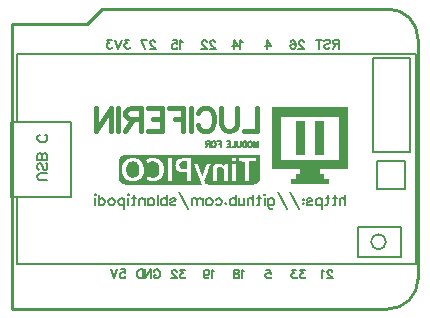
<source format=gbo>
G04 Layer: BottomSilkLayer*
G04 EasyEDA v6.4.25, 2021-10-09T00:25:21+02:00*
G04 2177c25503544fa0b13e01c7088fd064,4245c91a3b6e4cf7aa995480f5c7e4a3,10*
G04 Gerber Generator version 0.2*
G04 Scale: 100 percent, Rotated: No, Reflected: No *
G04 Dimensions in millimeters *
G04 leading zeros omitted , absolute positions ,4 integer and 5 decimal *
%FSLAX45Y45*%
%MOMM*%

%ADD10C,0.2540*%
%ADD18C,0.1270*%
%ADD19C,0.1400*%
%ADD20C,0.1500*%
%ADD21C,0.4064*%
%ADD22C,0.2032*%
%ADD23C,0.1524*%

%LPD*%
G36*
X2830220Y18527115D02*
G01*
X1675638Y18526150D01*
X1667154Y18521984D01*
X1662175Y18519292D01*
X1657553Y18516346D01*
X1653336Y18513145D01*
X1649475Y18509589D01*
X1645920Y18505779D01*
X1642719Y18501614D01*
X1641163Y18499226D01*
X2625801Y18499226D01*
X2625801Y18497346D01*
X2737510Y18497346D01*
X2769666Y18496991D01*
X2788818Y18496483D01*
X2791714Y18496127D01*
X2792222Y18494654D01*
X2792882Y18487237D01*
X2792984Y18469508D01*
X2737256Y18469508D01*
X2736291Y18306948D01*
X2702001Y18305881D01*
X2701036Y18468594D01*
X2646222Y18469610D01*
X2646222Y18497346D01*
X2625801Y18497346D01*
X2625801Y18469356D01*
X2593289Y18470422D01*
X2592222Y18499226D01*
X1641163Y18499226D01*
X1639773Y18497092D01*
X1631035Y18479770D01*
X1631035Y18399963D01*
X1659889Y18399963D01*
X1659940Y18408751D01*
X1660296Y18417133D01*
X1660956Y18424652D01*
X1661922Y18430849D01*
X1663344Y18436894D01*
X1665224Y18442736D01*
X1667408Y18448375D01*
X1669999Y18453760D01*
X1672894Y18458891D01*
X1676095Y18463768D01*
X1679651Y18468390D01*
X1683512Y18472759D01*
X1687677Y18476874D01*
X1692148Y18480633D01*
X1696872Y18484088D01*
X1701850Y18487237D01*
X1707134Y18490082D01*
X1712620Y18492571D01*
X1718360Y18494705D01*
X1724304Y18496432D01*
X1729993Y18497600D01*
X1736801Y18498413D01*
X1744370Y18498870D01*
X1752295Y18499023D01*
X1760220Y18498820D01*
X1767738Y18498362D01*
X1774494Y18497499D01*
X1780082Y18496381D01*
X1785874Y18494603D01*
X1791411Y18492571D01*
X1796694Y18490184D01*
X1801723Y18487491D01*
X1807820Y18483529D01*
X1866442Y18483529D01*
X1867611Y18485612D01*
X1870862Y18487745D01*
X1876806Y18490539D01*
X1881886Y18492622D01*
X1893011Y18496280D01*
X1897634Y18497397D01*
X1903272Y18498210D01*
X1909622Y18498769D01*
X1916379Y18499023D01*
X1923338Y18499023D01*
X1930247Y18498718D01*
X1936750Y18498159D01*
X1942592Y18497346D01*
X2083358Y18497346D01*
X2083358Y18439790D01*
X2112162Y18439790D01*
X2112314Y18450052D01*
X2112924Y18457062D01*
X2114143Y18462193D01*
X2116175Y18466714D01*
X2119477Y18472099D01*
X2123186Y18476874D01*
X2127402Y18481040D01*
X2132177Y18484748D01*
X2137511Y18487898D01*
X2143455Y18490590D01*
X2150059Y18492876D01*
X2157374Y18494705D01*
X2165197Y18495822D01*
X2176221Y18496686D01*
X2190546Y18497143D01*
X2208276Y18497346D01*
X2246833Y18497346D01*
X2246833Y18305881D01*
X2212492Y18306948D01*
X2211476Y18380405D01*
X2197100Y18379236D01*
X2190750Y18378932D01*
X2183892Y18378982D01*
X2169566Y18380049D01*
X2162505Y18381014D01*
X2155748Y18382234D01*
X2149602Y18383707D01*
X2144166Y18385383D01*
X2139696Y18387212D01*
X2135581Y18389295D01*
X2131822Y18391733D01*
X2128367Y18394527D01*
X2125268Y18397677D01*
X2122373Y18401233D01*
X2119782Y18405246D01*
X2117394Y18409615D01*
X2114600Y18415914D01*
X2113026Y18421705D01*
X2112314Y18428970D01*
X2112162Y18439790D01*
X2083358Y18439790D01*
X2083358Y18305881D01*
X2049018Y18306948D01*
X2048052Y18497346D01*
X1942592Y18497346D01*
X1947570Y18496280D01*
X1953310Y18494502D01*
X1958898Y18492368D01*
X1964334Y18489828D01*
X1969566Y18486932D01*
X1974545Y18483681D01*
X1979320Y18480125D01*
X1983841Y18476264D01*
X1988108Y18472099D01*
X1992071Y18467679D01*
X1995779Y18463006D01*
X1999132Y18458078D01*
X2002180Y18452896D01*
X2004923Y18447562D01*
X2007260Y18442025D01*
X2009190Y18436285D01*
X2010765Y18430443D01*
X2011730Y18424753D01*
X2012340Y18417540D01*
X2012645Y18409208D01*
X2012696Y18400369D01*
X2012442Y18391581D01*
X2011883Y18383300D01*
X2011070Y18376087D01*
X2010003Y18370499D01*
X2008225Y18364301D01*
X2006092Y18358358D01*
X2003704Y18352719D01*
X2001012Y18347385D01*
X1998014Y18342305D01*
X1994712Y18337530D01*
X1991156Y18333059D01*
X1987346Y18328894D01*
X1983282Y18325033D01*
X1978964Y18321477D01*
X1974342Y18318226D01*
X1969516Y18315330D01*
X1964436Y18312739D01*
X1959152Y18310504D01*
X1953615Y18308574D01*
X1947875Y18306999D01*
X1941880Y18305780D01*
X1935734Y18304916D01*
X1929333Y18304357D01*
X1922780Y18304205D01*
X1916379Y18304408D01*
X1909876Y18304916D01*
X1897024Y18306846D01*
X1885340Y18309640D01*
X1880260Y18311215D01*
X1875942Y18312892D01*
X1872437Y18314670D01*
X1869948Y18316397D01*
X1868576Y18318124D01*
X1868474Y18319800D01*
X1869541Y18324576D01*
X1871827Y18340120D01*
X1872691Y18343168D01*
X1887829Y18338292D01*
X1894230Y18336463D01*
X1900986Y18334990D01*
X1907946Y18333974D01*
X1914956Y18333364D01*
X1921814Y18333212D01*
X1928418Y18333516D01*
X1934565Y18334329D01*
X1940102Y18335548D01*
X1944166Y18337123D01*
X1948484Y18339562D01*
X1952802Y18342610D01*
X1957019Y18346267D01*
X1960981Y18350280D01*
X1964486Y18354548D01*
X1967484Y18358916D01*
X1969719Y18363234D01*
X1971802Y18368721D01*
X1973478Y18374715D01*
X1974748Y18381065D01*
X1975662Y18387720D01*
X1976221Y18394476D01*
X1976374Y18401385D01*
X1976170Y18408243D01*
X1975561Y18415000D01*
X1974596Y18421502D01*
X1973224Y18427750D01*
X1971497Y18433542D01*
X1969363Y18438876D01*
X1966722Y18444108D01*
X1963877Y18448782D01*
X1960778Y18452998D01*
X1957425Y18456757D01*
X1953768Y18460008D01*
X1949805Y18462802D01*
X1945538Y18465139D01*
X1940915Y18467019D01*
X1935988Y18468492D01*
X1930704Y18469508D01*
X1925015Y18470118D01*
X1913991Y18470270D01*
X1909775Y18470067D01*
X1905863Y18469559D01*
X1901901Y18468644D01*
X1897532Y18467273D01*
X1885797Y18462548D01*
X1877669Y18458992D01*
X1875231Y18460618D01*
X1871980Y18465952D01*
X1868830Y18473267D01*
X1866646Y18480786D01*
X1866442Y18483529D01*
X1807820Y18483529D01*
X1811020Y18481192D01*
X1815287Y18477636D01*
X1819249Y18473724D01*
X1822957Y18469559D01*
X1826412Y18465088D01*
X1829562Y18460364D01*
X1832457Y18455335D01*
X1835048Y18450001D01*
X1837334Y18444413D01*
X1839366Y18438571D01*
X1841093Y18432424D01*
X1842516Y18425515D01*
X1843328Y18417844D01*
X1843582Y18408396D01*
X1843328Y18396204D01*
X1842719Y18383250D01*
X1841754Y18374055D01*
X1840077Y18366638D01*
X1837486Y18359069D01*
X1834845Y18352922D01*
X1831797Y18347080D01*
X1828393Y18341492D01*
X1824583Y18336260D01*
X1820468Y18331383D01*
X1815998Y18326862D01*
X1811223Y18322747D01*
X1806193Y18319038D01*
X1800860Y18315736D01*
X1795678Y18312892D01*
X1790395Y18310606D01*
X1784908Y18308726D01*
X1779117Y18307253D01*
X1772818Y18306084D01*
X1765807Y18305272D01*
X1758086Y18304713D01*
X1750771Y18304459D01*
X1743710Y18304662D01*
X1736902Y18305221D01*
X1730349Y18306186D01*
X1723999Y18307507D01*
X1717903Y18309234D01*
X1712061Y18311317D01*
X1706473Y18313755D01*
X1701190Y18316600D01*
X1696161Y18319750D01*
X1691436Y18323255D01*
X1687017Y18327116D01*
X1682851Y18331332D01*
X1678990Y18335904D01*
X1675485Y18340781D01*
X1672234Y18346013D01*
X1669338Y18351550D01*
X1666798Y18357392D01*
X1664563Y18363539D01*
X1662684Y18370042D01*
X1661566Y18375833D01*
X1660753Y18383046D01*
X1660194Y18391225D01*
X1659889Y18399963D01*
X1631035Y18399963D01*
X1631137Y18354446D01*
X1631594Y18329605D01*
X1632051Y18322544D01*
X1632762Y18317819D01*
X1633728Y18314416D01*
X1634998Y18311368D01*
X1637080Y18307405D01*
X1639620Y18303392D01*
X1642618Y18299328D01*
X1645869Y18295366D01*
X1649374Y18291606D01*
X1652981Y18288152D01*
X1656689Y18285053D01*
X1662582Y18281040D01*
X1666087Y18278906D01*
X1669491Y18277535D01*
X1674164Y18276316D01*
X1680819Y18275350D01*
X1690116Y18274538D01*
X1702866Y18273928D01*
X1741373Y18273115D01*
X1801977Y18272709D01*
X2128926Y18272709D01*
X2267813Y18273166D01*
X2329434Y18273928D01*
X2335885Y18274284D01*
X2335885Y18275096D01*
X2334920Y18276620D01*
X2334260Y18277179D01*
X2332990Y18279160D01*
X2327960Y18290336D01*
X2317242Y18317921D01*
X2293162Y18381726D01*
X2273503Y18434710D01*
X2269134Y18447258D01*
X2270455Y18447969D01*
X2274112Y18448578D01*
X2279599Y18448934D01*
X2304084Y18449086D01*
X2331923Y18367756D01*
X2335936Y18356681D01*
X2338425Y18350534D01*
X2338933Y18349671D01*
X2339543Y18350687D01*
X2342642Y18358205D01*
X2354326Y18389396D01*
X2375814Y18449086D01*
X2402890Y18448934D01*
X2408428Y18448578D01*
X2411171Y18447867D01*
X2411577Y18446750D01*
X2400046Y18419216D01*
X2384653Y18381675D01*
X2361793Y18324169D01*
X2356764Y18310707D01*
X2356104Y18308320D01*
X2356411Y18306948D01*
X2427935Y18306948D01*
X2427986Y18375680D01*
X2428240Y18398032D01*
X2428951Y18411342D01*
X2429560Y18415812D01*
X2430373Y18419419D01*
X2431389Y18422721D01*
X2433421Y18427649D01*
X2435860Y18432170D01*
X2438704Y18436285D01*
X2442006Y18439993D01*
X2445613Y18443194D01*
X2449576Y18445886D01*
X2453894Y18448121D01*
X2458466Y18449798D01*
X2465832Y18451576D01*
X2473045Y18452439D01*
X2480208Y18452490D01*
X2487269Y18451677D01*
X2494229Y18450052D01*
X2501087Y18447562D01*
X2507843Y18444210D01*
X2514447Y18439993D01*
X2525420Y18432272D01*
X2529636Y18449086D01*
X2625801Y18449086D01*
X2625801Y18306034D01*
X2592374Y18306034D01*
X2592374Y18449086D01*
X2557119Y18449086D01*
X2556154Y18306948D01*
X2522677Y18306948D01*
X2521508Y18367654D01*
X2520899Y18386501D01*
X2520137Y18399810D01*
X2519172Y18407481D01*
X2518664Y18409107D01*
X2515006Y18414085D01*
X2510282Y18418403D01*
X2504744Y18421908D01*
X2498699Y18424550D01*
X2492400Y18426226D01*
X2486050Y18426836D01*
X2479954Y18426328D01*
X2474366Y18424550D01*
X2471978Y18423382D01*
X2469946Y18422010D01*
X2468270Y18420334D01*
X2466898Y18418098D01*
X2465781Y18415152D01*
X2464866Y18411291D01*
X2464155Y18406364D01*
X2463596Y18400166D01*
X2462834Y18383199D01*
X2461412Y18306948D01*
X2356411Y18306948D01*
X2357780Y18300852D01*
X2362200Y18291454D01*
X2367940Y18282716D01*
X2373528Y18277230D01*
X2376881Y18275757D01*
X2382316Y18274944D01*
X2392527Y18274284D01*
X2436368Y18273522D01*
X2651963Y18272810D01*
X2724353Y18272963D01*
X2751023Y18273369D01*
X2769514Y18274131D01*
X2781655Y18275350D01*
X2786024Y18276163D01*
X2789478Y18277128D01*
X2792374Y18278195D01*
X2794914Y18279465D01*
X2799892Y18282513D01*
X2803550Y18285053D01*
X2807258Y18288101D01*
X2810865Y18291556D01*
X2814370Y18295315D01*
X2817622Y18299277D01*
X2820619Y18303341D01*
X2823159Y18307405D01*
X2825902Y18312892D01*
X2827020Y18316194D01*
X2827883Y18320715D01*
X2828493Y18327776D01*
X2828950Y18338546D01*
X2829458Y18376290D01*
G37*
G36*
X2211527Y18471743D02*
G01*
X2178354Y18470473D01*
X2170480Y18469610D01*
X2164791Y18468238D01*
X2159863Y18466054D01*
X2154936Y18462701D01*
X2150922Y18458332D01*
X2147874Y18453150D01*
X2145842Y18447359D01*
X2144826Y18441111D01*
X2144928Y18434608D01*
X2146198Y18428004D01*
X2148687Y18421553D01*
X2151024Y18417438D01*
X2153920Y18413984D01*
X2157425Y18411190D01*
X2161794Y18409005D01*
X2167077Y18407380D01*
X2173579Y18406160D01*
X2181352Y18405348D01*
X2211527Y18404078D01*
G37*
G36*
X1753717Y18471134D02*
G01*
X1748383Y18470930D01*
X1742998Y18470321D01*
X1737715Y18469305D01*
X1732584Y18467933D01*
X1727707Y18466104D01*
X1723136Y18463971D01*
X1719021Y18461482D01*
X1715363Y18458688D01*
X1712315Y18455589D01*
X1709267Y18451576D01*
X1706473Y18447054D01*
X1703984Y18442127D01*
X1701850Y18436844D01*
X1699971Y18431205D01*
X1698447Y18425261D01*
X1697278Y18419114D01*
X1696415Y18412815D01*
X1695957Y18406414D01*
X1695856Y18399912D01*
X1696161Y18393410D01*
X1696872Y18386907D01*
X1697939Y18380456D01*
X1699310Y18374360D01*
X1700987Y18368721D01*
X1702917Y18363539D01*
X1705152Y18358713D01*
X1707692Y18354344D01*
X1710486Y18350382D01*
X1713636Y18346826D01*
X1717039Y18343727D01*
X1720799Y18341035D01*
X1724812Y18338698D01*
X1729130Y18336818D01*
X1733753Y18335345D01*
X1738680Y18334278D01*
X1743913Y18333618D01*
X1749450Y18333415D01*
X1755902Y18333516D01*
X1761642Y18333923D01*
X1766824Y18334736D01*
X1771497Y18335955D01*
X1775764Y18337580D01*
X1779778Y18339663D01*
X1783537Y18342254D01*
X1787194Y18345353D01*
X1790954Y18349214D01*
X1794306Y18353532D01*
X1797354Y18358307D01*
X1799996Y18363488D01*
X1802231Y18369026D01*
X1804111Y18374918D01*
X1805533Y18381116D01*
X1806600Y18387618D01*
X1807210Y18394324D01*
X1807413Y18401233D01*
X1807159Y18408396D01*
X1806498Y18415660D01*
X1804924Y18425972D01*
X1802841Y18433999D01*
X1799742Y18441314D01*
X1795018Y18449493D01*
X1790192Y18455894D01*
X1784350Y18461177D01*
X1777339Y18465393D01*
X1768856Y18468797D01*
X1764030Y18470067D01*
X1759000Y18470829D01*
G37*
G36*
X2925572Y18931128D02*
G01*
X2925572Y18849746D01*
X3495446Y18849746D01*
X3495446Y18483376D01*
X3006953Y18483376D01*
X3006953Y18849746D01*
X2925572Y18849746D01*
X2925572Y18401944D01*
X3169767Y18401944D01*
X3169767Y18361253D01*
X3129076Y18361253D01*
X3129076Y18320562D01*
X3088386Y18320562D01*
X3088386Y18279872D01*
X3414014Y18279872D01*
X3414014Y18320562D01*
X3373323Y18320562D01*
X3373323Y18361253D01*
X3332632Y18361253D01*
X3332632Y18401944D01*
X3576828Y18401944D01*
X3576828Y18931128D01*
G37*
G36*
X3129076Y18809004D02*
G01*
X3129076Y18524067D01*
X3210509Y18524067D01*
X3210509Y18809004D01*
G37*
G36*
X3291890Y18809004D02*
G01*
X3291890Y18524067D01*
X3373323Y18524067D01*
X3373323Y18809004D01*
G37*
D19*
X2814848Y18640902D02*
G01*
X2814848Y18593150D01*
X2814848Y18640902D02*
G01*
X2796560Y18593150D01*
X2778526Y18640902D02*
G01*
X2796560Y18593150D01*
X2778526Y18640902D02*
G01*
X2778526Y18593150D01*
X2749824Y18640902D02*
G01*
X2754396Y18638616D01*
X2758968Y18634044D01*
X2761254Y18629472D01*
X2763540Y18622614D01*
X2763540Y18611184D01*
X2761254Y18604326D01*
X2758968Y18600008D01*
X2754396Y18595436D01*
X2749824Y18593150D01*
X2740680Y18593150D01*
X2736108Y18595436D01*
X2731790Y18600008D01*
X2729504Y18604326D01*
X2727218Y18611184D01*
X2727218Y18622614D01*
X2729504Y18629472D01*
X2731790Y18634044D01*
X2736108Y18638616D01*
X2740680Y18640902D01*
X2749824Y18640902D01*
X2712232Y18640902D02*
G01*
X2712232Y18593150D01*
X2712232Y18640902D02*
G01*
X2696230Y18640902D01*
X2689372Y18638616D01*
X2684800Y18634044D01*
X2682514Y18629472D01*
X2680228Y18622614D01*
X2680228Y18611184D01*
X2682514Y18604326D01*
X2684800Y18600008D01*
X2689372Y18595436D01*
X2696230Y18593150D01*
X2712232Y18593150D01*
X2665242Y18640902D02*
G01*
X2665242Y18606612D01*
X2662956Y18600008D01*
X2658384Y18595436D01*
X2651780Y18593150D01*
X2647208Y18593150D01*
X2640350Y18595436D01*
X2635778Y18600008D01*
X2633492Y18606612D01*
X2633492Y18640902D01*
X2618506Y18640902D02*
G01*
X2618506Y18593150D01*
X2618506Y18593150D02*
G01*
X2591328Y18593150D01*
X2576088Y18640902D02*
G01*
X2576088Y18593150D01*
X2576088Y18640902D02*
G01*
X2546624Y18640902D01*
X2576088Y18618042D02*
G01*
X2558054Y18618042D01*
X2576088Y18593150D02*
G01*
X2546624Y18593150D01*
X2496586Y18640902D02*
G01*
X2496586Y18593150D01*
X2496586Y18640902D02*
G01*
X2467122Y18640902D01*
X2496586Y18618042D02*
G01*
X2478552Y18618042D01*
X2438420Y18640902D02*
G01*
X2442992Y18638616D01*
X2447564Y18634044D01*
X2449850Y18629472D01*
X2452136Y18622614D01*
X2452136Y18611184D01*
X2449850Y18604326D01*
X2447564Y18600008D01*
X2442992Y18595436D01*
X2438420Y18593150D01*
X2429276Y18593150D01*
X2424958Y18595436D01*
X2420386Y18600008D01*
X2418100Y18604326D01*
X2415814Y18611184D01*
X2415814Y18622614D01*
X2418100Y18629472D01*
X2420386Y18634044D01*
X2424958Y18638616D01*
X2429276Y18640902D01*
X2438420Y18640902D01*
X2400828Y18640902D02*
G01*
X2400828Y18593150D01*
X2400828Y18640902D02*
G01*
X2380254Y18640902D01*
X2373396Y18638616D01*
X2371110Y18636330D01*
X2368824Y18631758D01*
X2368824Y18627186D01*
X2371110Y18622614D01*
X2373396Y18620328D01*
X2380254Y18618042D01*
X2400828Y18618042D01*
X2384826Y18618042D02*
G01*
X2368824Y18593150D01*
D22*
X3551453Y18189803D02*
G01*
X3551453Y18100141D01*
X3551453Y18142813D02*
G01*
X3538753Y18155767D01*
X3530117Y18160085D01*
X3517163Y18160085D01*
X3508781Y18155767D01*
X3504463Y18142813D01*
X3504463Y18100141D01*
X3463569Y18189803D02*
G01*
X3463569Y18117159D01*
X3459251Y18104459D01*
X3450615Y18100141D01*
X3441979Y18100141D01*
X3476269Y18160085D02*
G01*
X3446297Y18160085D01*
X3401085Y18189803D02*
G01*
X3401085Y18117159D01*
X3396767Y18104459D01*
X3388385Y18100141D01*
X3379749Y18100141D01*
X3413785Y18160085D02*
G01*
X3384067Y18160085D01*
X3351555Y18160085D02*
G01*
X3351555Y18070169D01*
X3351555Y18147131D02*
G01*
X3342919Y18155767D01*
X3334537Y18160085D01*
X3321583Y18160085D01*
X3313201Y18155767D01*
X3304565Y18147131D01*
X3300247Y18134431D01*
X3300247Y18125795D01*
X3304565Y18113095D01*
X3313201Y18104459D01*
X3321583Y18100141D01*
X3334537Y18100141D01*
X3342919Y18104459D01*
X3351555Y18113095D01*
X3225063Y18147131D02*
G01*
X3229381Y18155767D01*
X3242081Y18160085D01*
X3255035Y18160085D01*
X3267735Y18155767D01*
X3272053Y18147131D01*
X3267735Y18138749D01*
X3259353Y18134431D01*
X3238017Y18130113D01*
X3229381Y18125795D01*
X3225063Y18117159D01*
X3225063Y18113095D01*
X3229381Y18104459D01*
X3242081Y18100141D01*
X3255035Y18100141D01*
X3267735Y18104459D01*
X3272053Y18113095D01*
X3192551Y18151449D02*
G01*
X3196869Y18147131D01*
X3192551Y18142813D01*
X3188233Y18147131D01*
X3192551Y18151449D01*
X3192551Y18121477D02*
G01*
X3196869Y18117159D01*
X3192551Y18113095D01*
X3188233Y18117159D01*
X3192551Y18121477D01*
X3083331Y18207075D02*
G01*
X3160039Y18070169D01*
X2978175Y18207075D02*
G01*
X3055137Y18070169D01*
X2898673Y18160085D02*
G01*
X2898673Y18091759D01*
X2902991Y18078805D01*
X2907309Y18074487D01*
X2915691Y18070169D01*
X2928645Y18070169D01*
X2937281Y18074487D01*
X2898673Y18147131D02*
G01*
X2907309Y18155767D01*
X2915691Y18160085D01*
X2928645Y18160085D01*
X2937281Y18155767D01*
X2945663Y18147131D01*
X2949981Y18134431D01*
X2949981Y18125795D01*
X2945663Y18113095D01*
X2937281Y18104459D01*
X2928645Y18100141D01*
X2915691Y18100141D01*
X2907309Y18104459D01*
X2898673Y18113095D01*
X2870479Y18189803D02*
G01*
X2866161Y18185739D01*
X2862097Y18189803D01*
X2866161Y18194121D01*
X2870479Y18189803D01*
X2866161Y18160085D02*
G01*
X2866161Y18100141D01*
X2820949Y18189803D02*
G01*
X2820949Y18117159D01*
X2816631Y18104459D01*
X2808249Y18100141D01*
X2799613Y18100141D01*
X2833903Y18160085D02*
G01*
X2803931Y18160085D01*
X2771419Y18189803D02*
G01*
X2771419Y18100141D01*
X2771419Y18142813D02*
G01*
X2758719Y18155767D01*
X2750083Y18160085D01*
X2737129Y18160085D01*
X2728747Y18155767D01*
X2724429Y18142813D01*
X2724429Y18100141D01*
X2696235Y18160085D02*
G01*
X2696235Y18117159D01*
X2691917Y18104459D01*
X2683535Y18100141D01*
X2670581Y18100141D01*
X2661945Y18104459D01*
X2649245Y18117159D01*
X2649245Y18160085D02*
G01*
X2649245Y18100141D01*
X2621051Y18189803D02*
G01*
X2621051Y18100141D01*
X2621051Y18147131D02*
G01*
X2612415Y18155767D01*
X2604033Y18160085D01*
X2591079Y18160085D01*
X2582697Y18155767D01*
X2574061Y18147131D01*
X2569743Y18134431D01*
X2569743Y18125795D01*
X2574061Y18113095D01*
X2582697Y18104459D01*
X2591079Y18100141D01*
X2604033Y18100141D01*
X2612415Y18104459D01*
X2621051Y18113095D01*
X2537231Y18121477D02*
G01*
X2541549Y18117159D01*
X2537231Y18113095D01*
X2533167Y18117159D01*
X2537231Y18121477D01*
X2453665Y18147131D02*
G01*
X2462047Y18155767D01*
X2470683Y18160085D01*
X2483383Y18160085D01*
X2492019Y18155767D01*
X2500655Y18147131D01*
X2504973Y18134431D01*
X2504973Y18125795D01*
X2500655Y18113095D01*
X2492019Y18104459D01*
X2483383Y18100141D01*
X2470683Y18100141D01*
X2462047Y18104459D01*
X2453665Y18113095D01*
X2404135Y18160085D02*
G01*
X2412517Y18155767D01*
X2421153Y18147131D01*
X2425471Y18134431D01*
X2425471Y18125795D01*
X2421153Y18113095D01*
X2412517Y18104459D01*
X2404135Y18100141D01*
X2391181Y18100141D01*
X2382799Y18104459D01*
X2374163Y18113095D01*
X2369845Y18125795D01*
X2369845Y18134431D01*
X2374163Y18147131D01*
X2382799Y18155767D01*
X2391181Y18160085D01*
X2404135Y18160085D01*
X2341651Y18160085D02*
G01*
X2341651Y18100141D01*
X2341651Y18142813D02*
G01*
X2328951Y18155767D01*
X2320315Y18160085D01*
X2307615Y18160085D01*
X2298979Y18155767D01*
X2294661Y18142813D01*
X2294661Y18100141D01*
X2294661Y18142813D02*
G01*
X2281961Y18155767D01*
X2273325Y18160085D01*
X2260625Y18160085D01*
X2251989Y18155767D01*
X2247671Y18142813D01*
X2247671Y18100141D01*
X2142515Y18207075D02*
G01*
X2219477Y18070169D01*
X2067331Y18147131D02*
G01*
X2071649Y18155767D01*
X2084603Y18160085D01*
X2097303Y18160085D01*
X2110257Y18155767D01*
X2114321Y18147131D01*
X2110257Y18138749D01*
X2101621Y18134431D01*
X2080285Y18130113D01*
X2071649Y18125795D01*
X2067331Y18117159D01*
X2067331Y18113095D01*
X2071649Y18104459D01*
X2084603Y18100141D01*
X2097303Y18100141D01*
X2110257Y18104459D01*
X2114321Y18113095D01*
X2039137Y18189803D02*
G01*
X2039137Y18100141D01*
X2039137Y18147131D02*
G01*
X2030755Y18155767D01*
X2022119Y18160085D01*
X2009419Y18160085D01*
X2000783Y18155767D01*
X1992147Y18147131D01*
X1988083Y18134431D01*
X1988083Y18125795D01*
X1992147Y18113095D01*
X2000783Y18104459D01*
X2009419Y18100141D01*
X2022119Y18100141D01*
X2030755Y18104459D01*
X2039137Y18113095D01*
X1959889Y18189803D02*
G01*
X1959889Y18100141D01*
X1880387Y18160085D02*
G01*
X1880387Y18100141D01*
X1880387Y18147131D02*
G01*
X1888769Y18155767D01*
X1897405Y18160085D01*
X1910105Y18160085D01*
X1918741Y18155767D01*
X1927377Y18147131D01*
X1931695Y18134431D01*
X1931695Y18125795D01*
X1927377Y18113095D01*
X1918741Y18104459D01*
X1910105Y18100141D01*
X1897405Y18100141D01*
X1888769Y18104459D01*
X1880387Y18113095D01*
X1852193Y18160085D02*
G01*
X1852193Y18100141D01*
X1852193Y18142813D02*
G01*
X1839239Y18155767D01*
X1830857Y18160085D01*
X1817903Y18160085D01*
X1809521Y18155767D01*
X1805203Y18142813D01*
X1805203Y18100141D01*
X1764055Y18189803D02*
G01*
X1764055Y18117159D01*
X1759737Y18104459D01*
X1751355Y18100141D01*
X1742719Y18100141D01*
X1777009Y18160085D02*
G01*
X1747037Y18160085D01*
X1714525Y18189803D02*
G01*
X1710207Y18185739D01*
X1706143Y18189803D01*
X1710207Y18194121D01*
X1714525Y18189803D01*
X1710207Y18160085D02*
G01*
X1710207Y18100141D01*
X1677949Y18160085D02*
G01*
X1677949Y18070169D01*
X1677949Y18147131D02*
G01*
X1669313Y18155767D01*
X1660677Y18160085D01*
X1647977Y18160085D01*
X1639341Y18155767D01*
X1630959Y18147131D01*
X1626641Y18134431D01*
X1626641Y18125795D01*
X1630959Y18113095D01*
X1639341Y18104459D01*
X1647977Y18100141D01*
X1660677Y18100141D01*
X1669313Y18104459D01*
X1677949Y18113095D01*
X1577111Y18160085D02*
G01*
X1585493Y18155767D01*
X1594129Y18147131D01*
X1598447Y18134431D01*
X1598447Y18125795D01*
X1594129Y18113095D01*
X1585493Y18104459D01*
X1577111Y18100141D01*
X1564157Y18100141D01*
X1555775Y18104459D01*
X1547139Y18113095D01*
X1542821Y18125795D01*
X1542821Y18134431D01*
X1547139Y18147131D01*
X1555775Y18155767D01*
X1564157Y18160085D01*
X1577111Y18160085D01*
X1463319Y18189803D02*
G01*
X1463319Y18100141D01*
X1463319Y18147131D02*
G01*
X1471955Y18155767D01*
X1480591Y18160085D01*
X1493291Y18160085D01*
X1501927Y18155767D01*
X1510309Y18147131D01*
X1514627Y18134431D01*
X1514627Y18125795D01*
X1510309Y18113095D01*
X1501927Y18104459D01*
X1493291Y18100141D01*
X1480591Y18100141D01*
X1471955Y18104459D01*
X1463319Y18113095D01*
X1435125Y18189803D02*
G01*
X1430807Y18185739D01*
X1426743Y18189803D01*
X1430807Y18194121D01*
X1435125Y18189803D01*
X1430807Y18160085D02*
G01*
X1430807Y18100141D01*
D21*
X2802148Y18922334D02*
G01*
X2802148Y18728532D01*
X2802148Y18728532D02*
G01*
X2691404Y18728532D01*
X2630444Y18922334D02*
G01*
X2630444Y18783904D01*
X2621046Y18756218D01*
X2602758Y18737676D01*
X2574818Y18728532D01*
X2556530Y18728532D01*
X2528844Y18737676D01*
X2510302Y18756218D01*
X2501158Y18783904D01*
X2501158Y18922334D01*
X2301514Y18876106D02*
G01*
X2310658Y18894648D01*
X2329200Y18913190D01*
X2347742Y18922334D01*
X2384572Y18922334D01*
X2403114Y18913190D01*
X2421656Y18894648D01*
X2430800Y18876106D01*
X2440198Y18848420D01*
X2440198Y18802446D01*
X2430800Y18774506D01*
X2421656Y18756218D01*
X2403114Y18737676D01*
X2384572Y18728532D01*
X2347742Y18728532D01*
X2329200Y18737676D01*
X2310658Y18756218D01*
X2301514Y18774506D01*
X2240554Y18922334D02*
G01*
X2240554Y18728532D01*
X2179594Y18922334D02*
G01*
X2179594Y18728532D01*
X2179594Y18922334D02*
G01*
X2059452Y18922334D01*
X2179594Y18830132D02*
G01*
X2105680Y18830132D01*
X1998492Y18922334D02*
G01*
X1998492Y18728532D01*
X1998492Y18922334D02*
G01*
X1878604Y18922334D01*
X1998492Y18830132D02*
G01*
X1924578Y18830132D01*
X1998492Y18728532D02*
G01*
X1878604Y18728532D01*
X1817644Y18922334D02*
G01*
X1817644Y18728532D01*
X1817644Y18922334D02*
G01*
X1734332Y18922334D01*
X1706646Y18913190D01*
X1697502Y18904046D01*
X1688358Y18885504D01*
X1688358Y18866962D01*
X1697502Y18848420D01*
X1706646Y18839276D01*
X1734332Y18830132D01*
X1817644Y18830132D01*
X1752874Y18830132D02*
G01*
X1688358Y18728532D01*
X1627398Y18922334D02*
G01*
X1627398Y18728532D01*
X1566438Y18922334D02*
G01*
X1566438Y18728532D01*
X1566438Y18922334D02*
G01*
X1436898Y18728532D01*
X1436898Y18922334D02*
G01*
X1436898Y18728532D01*
D20*
X1027450Y18310956D02*
G01*
X965220Y18310956D01*
X952774Y18315020D01*
X944392Y18323402D01*
X940328Y18335848D01*
X940328Y18344230D01*
X944392Y18356676D01*
X952774Y18365058D01*
X965220Y18369122D01*
X1027450Y18369122D01*
X1015004Y18454720D02*
G01*
X1023386Y18446338D01*
X1027450Y18433892D01*
X1027450Y18417382D01*
X1023386Y18404936D01*
X1015004Y18396554D01*
X1006622Y18396554D01*
X998494Y18400618D01*
X994176Y18404936D01*
X990112Y18413318D01*
X981730Y18438210D01*
X977666Y18446338D01*
X973602Y18450656D01*
X965220Y18454720D01*
X952774Y18454720D01*
X944392Y18446338D01*
X940328Y18433892D01*
X940328Y18417382D01*
X944392Y18404936D01*
X952774Y18396554D01*
X1027450Y18482152D02*
G01*
X940328Y18482152D01*
X1027450Y18482152D02*
G01*
X1027450Y18519490D01*
X1023386Y18532190D01*
X1019322Y18536254D01*
X1010940Y18540318D01*
X1002558Y18540318D01*
X994176Y18536254D01*
X990112Y18532190D01*
X986048Y18519490D01*
X986048Y18482152D02*
G01*
X986048Y18519490D01*
X981730Y18532190D01*
X977666Y18536254D01*
X969284Y18540318D01*
X956838Y18540318D01*
X948456Y18536254D01*
X944392Y18532190D01*
X940328Y18519490D01*
X940328Y18482152D01*
X1006622Y18694242D02*
G01*
X1015004Y18689924D01*
X1023386Y18681796D01*
X1027450Y18673414D01*
X1027450Y18656650D01*
X1023386Y18648522D01*
X1015004Y18640140D01*
X1006622Y18636076D01*
X994176Y18631758D01*
X973602Y18631758D01*
X960902Y18636076D01*
X952774Y18640140D01*
X944392Y18648522D01*
X940328Y18656650D01*
X940328Y18673414D01*
X944392Y18681796D01*
X952774Y18689924D01*
X960902Y18694242D01*
D23*
X1939543Y19477989D02*
G01*
X1939543Y19481292D01*
X1936241Y19488150D01*
X1932686Y19491705D01*
X1925828Y19495262D01*
X1911857Y19495262D01*
X1905000Y19491705D01*
X1901444Y19488150D01*
X1898142Y19481292D01*
X1898142Y19474434D01*
X1901444Y19467576D01*
X1908555Y19457162D01*
X1943100Y19422363D01*
X1894586Y19422363D01*
X1823212Y19495262D02*
G01*
X1858010Y19422363D01*
X1871726Y19495262D02*
G01*
X1823212Y19495262D01*
X2171700Y19481292D02*
G01*
X2164841Y19484848D01*
X2154427Y19495262D01*
X2154427Y19422363D01*
X2089911Y19495262D02*
G01*
X2124709Y19495262D01*
X2128011Y19464020D01*
X2124709Y19467576D01*
X2114295Y19470878D01*
X2103881Y19470878D01*
X2093468Y19467576D01*
X2086609Y19460463D01*
X2083054Y19450050D01*
X2083054Y19443192D01*
X2086609Y19432778D01*
X2093468Y19425920D01*
X2103881Y19422363D01*
X2114295Y19422363D01*
X2124709Y19425920D01*
X2128011Y19429476D01*
X2131568Y19436334D01*
X2447543Y19477989D02*
G01*
X2447543Y19481292D01*
X2444241Y19488150D01*
X2440686Y19491705D01*
X2433827Y19495262D01*
X2419858Y19495262D01*
X2413000Y19491705D01*
X2409443Y19488150D01*
X2406141Y19481292D01*
X2406141Y19474434D01*
X2409443Y19467576D01*
X2416556Y19457162D01*
X2451100Y19422363D01*
X2402586Y19422363D01*
X2376170Y19477989D02*
G01*
X2376170Y19481292D01*
X2372868Y19488150D01*
X2369311Y19491705D01*
X2362454Y19495262D01*
X2348484Y19495262D01*
X2341625Y19491705D01*
X2338070Y19488150D01*
X2334768Y19481292D01*
X2334768Y19474434D01*
X2338070Y19467576D01*
X2345181Y19457162D01*
X2379725Y19422363D01*
X2331211Y19422363D01*
X2679700Y19481292D02*
G01*
X2672841Y19484848D01*
X2662427Y19495262D01*
X2662427Y19422363D01*
X2604770Y19495262D02*
G01*
X2639568Y19446748D01*
X2587497Y19446748D01*
X2604770Y19495262D02*
G01*
X2604770Y19422363D01*
X2886456Y19495262D02*
G01*
X2921000Y19446748D01*
X2868929Y19446748D01*
X2886456Y19495262D02*
G01*
X2886456Y19422363D01*
X3196843Y19477989D02*
G01*
X3196843Y19481292D01*
X3193541Y19488150D01*
X3189986Y19491705D01*
X3183127Y19495262D01*
X3169158Y19495262D01*
X3162300Y19491705D01*
X3158743Y19488150D01*
X3155441Y19481292D01*
X3155441Y19474434D01*
X3158743Y19467576D01*
X3165856Y19457162D01*
X3200400Y19422363D01*
X3151886Y19422363D01*
X3087370Y19484848D02*
G01*
X3090925Y19491705D01*
X3101340Y19495262D01*
X3108197Y19495262D01*
X3118611Y19491705D01*
X3125470Y19481292D01*
X3129025Y19464020D01*
X3129025Y19446748D01*
X3125470Y19432778D01*
X3118611Y19425920D01*
X3108197Y19422363D01*
X3104895Y19422363D01*
X3094481Y19425920D01*
X3087370Y19432778D01*
X3084068Y19443192D01*
X3084068Y19446748D01*
X3087370Y19457162D01*
X3094481Y19464020D01*
X3104895Y19467576D01*
X3108197Y19467576D01*
X3118611Y19464020D01*
X3125470Y19457162D01*
X3129025Y19446748D01*
X3492500Y19498055D02*
G01*
X3492500Y19425158D01*
X3492500Y19498055D02*
G01*
X3461258Y19498055D01*
X3450843Y19494500D01*
X3447541Y19490944D01*
X3443986Y19484086D01*
X3443986Y19477228D01*
X3447541Y19470370D01*
X3450843Y19466813D01*
X3461258Y19463258D01*
X3492500Y19463258D01*
X3468370Y19463258D02*
G01*
X3443986Y19425158D01*
X3372611Y19487642D02*
G01*
X3379470Y19494500D01*
X3389884Y19498055D01*
X3403854Y19498055D01*
X3414268Y19494500D01*
X3421125Y19487642D01*
X3421125Y19480529D01*
X3417570Y19473671D01*
X3414268Y19470370D01*
X3407409Y19466813D01*
X3386581Y19459955D01*
X3379470Y19456400D01*
X3376168Y19452844D01*
X3372611Y19445986D01*
X3372611Y19435571D01*
X3379470Y19428713D01*
X3389884Y19425158D01*
X3403854Y19425158D01*
X3414268Y19428713D01*
X3421125Y19435571D01*
X3325622Y19498055D02*
G01*
X3325622Y19425158D01*
X3349752Y19498055D02*
G01*
X3301238Y19498055D01*
X1720342Y19498055D02*
G01*
X1682242Y19498055D01*
X1703070Y19470370D01*
X1692655Y19470370D01*
X1685544Y19466813D01*
X1682242Y19463258D01*
X1678686Y19452844D01*
X1678686Y19445986D01*
X1682242Y19435571D01*
X1689100Y19428713D01*
X1699513Y19425158D01*
X1709928Y19425158D01*
X1720342Y19428713D01*
X1723644Y19432270D01*
X1727200Y19439128D01*
X1655826Y19498055D02*
G01*
X1628139Y19425158D01*
X1600454Y19498055D02*
G01*
X1628139Y19425158D01*
X1570736Y19498055D02*
G01*
X1532636Y19498055D01*
X1553210Y19470370D01*
X1543050Y19470370D01*
X1535937Y19466813D01*
X1532636Y19463258D01*
X1529079Y19452844D01*
X1529079Y19445986D01*
X1532636Y19435571D01*
X1539494Y19428713D01*
X1549907Y19425158D01*
X1560321Y19425158D01*
X1570736Y19428713D01*
X1574037Y19432270D01*
X1577594Y19439128D01*
X1647444Y17554955D02*
G01*
X1682242Y17554955D01*
X1685544Y17523713D01*
X1682242Y17527270D01*
X1671828Y17530571D01*
X1661413Y17530571D01*
X1651000Y17527270D01*
X1644142Y17520158D01*
X1640586Y17509744D01*
X1640586Y17502886D01*
X1644142Y17492471D01*
X1651000Y17485613D01*
X1661413Y17482058D01*
X1671828Y17482058D01*
X1682242Y17485613D01*
X1685544Y17489170D01*
X1689100Y17496028D01*
X1617726Y17554955D02*
G01*
X1590039Y17482058D01*
X1562354Y17554955D02*
G01*
X1590039Y17482058D01*
X1929129Y17537429D02*
G01*
X1932686Y17544542D01*
X1939543Y17551400D01*
X1946656Y17554955D01*
X1960372Y17554955D01*
X1967229Y17551400D01*
X1974341Y17544542D01*
X1977643Y17537429D01*
X1981200Y17527270D01*
X1981200Y17509744D01*
X1977643Y17499329D01*
X1974341Y17492471D01*
X1967229Y17485613D01*
X1960372Y17482058D01*
X1946656Y17482058D01*
X1939543Y17485613D01*
X1932686Y17492471D01*
X1929129Y17499329D01*
X1929129Y17509744D01*
X1946656Y17509744D02*
G01*
X1929129Y17509744D01*
X1906270Y17554955D02*
G01*
X1906270Y17482058D01*
X1906270Y17554955D02*
G01*
X1858010Y17482058D01*
X1858010Y17554955D02*
G01*
X1858010Y17482058D01*
X1835150Y17554955D02*
G01*
X1835150Y17482058D01*
X1835150Y17554955D02*
G01*
X1810765Y17554955D01*
X1800352Y17551400D01*
X1793494Y17544542D01*
X1789937Y17537429D01*
X1786636Y17527270D01*
X1786636Y17509744D01*
X1789937Y17499329D01*
X1793494Y17492471D01*
X1800352Y17485613D01*
X1810765Y17482058D01*
X1835150Y17482058D01*
X2190241Y17552162D02*
G01*
X2152141Y17552162D01*
X2172970Y17524476D01*
X2162556Y17524476D01*
X2155443Y17520920D01*
X2152141Y17517363D01*
X2148586Y17506950D01*
X2148586Y17500092D01*
X2152141Y17489678D01*
X2159000Y17482820D01*
X2169413Y17479263D01*
X2179827Y17479263D01*
X2190241Y17482820D01*
X2193543Y17486376D01*
X2197100Y17493234D01*
X2122170Y17534889D02*
G01*
X2122170Y17538192D01*
X2118868Y17545050D01*
X2115311Y17548605D01*
X2108454Y17552162D01*
X2094484Y17552162D01*
X2087625Y17548605D01*
X2084070Y17545050D01*
X2080768Y17538192D01*
X2080768Y17531334D01*
X2084070Y17524476D01*
X2091181Y17514062D01*
X2125725Y17479263D01*
X2077211Y17479263D01*
X2438400Y17538192D02*
G01*
X2431541Y17541748D01*
X2421127Y17552162D01*
X2421127Y17479263D01*
X2353309Y17527778D02*
G01*
X2356611Y17517363D01*
X2363470Y17510505D01*
X2373884Y17506950D01*
X2377440Y17506950D01*
X2387854Y17510505D01*
X2394711Y17517363D01*
X2398268Y17527778D01*
X2398268Y17531334D01*
X2394711Y17541748D01*
X2387854Y17548605D01*
X2377440Y17552162D01*
X2373884Y17552162D01*
X2363470Y17548605D01*
X2356611Y17541748D01*
X2353309Y17527778D01*
X2353309Y17510505D01*
X2356611Y17493234D01*
X2363470Y17482820D01*
X2373884Y17479263D01*
X2380995Y17479263D01*
X2391409Y17482820D01*
X2394711Y17489678D01*
X2692400Y17538192D02*
G01*
X2685541Y17541748D01*
X2675127Y17552162D01*
X2675127Y17479263D01*
X2634995Y17552162D02*
G01*
X2645409Y17548605D01*
X2648711Y17541748D01*
X2648711Y17534889D01*
X2645409Y17527778D01*
X2638297Y17524476D01*
X2624581Y17520920D01*
X2614168Y17517363D01*
X2607309Y17510505D01*
X2603754Y17503648D01*
X2603754Y17493234D01*
X2607309Y17486376D01*
X2610611Y17482820D01*
X2621025Y17479263D01*
X2634995Y17479263D01*
X2645409Y17482820D01*
X2648711Y17486376D01*
X2652268Y17493234D01*
X2652268Y17503648D01*
X2648711Y17510505D01*
X2641854Y17517363D01*
X2631440Y17520920D01*
X2617470Y17524476D01*
X2610611Y17527778D01*
X2607309Y17534889D01*
X2607309Y17541748D01*
X2610611Y17548605D01*
X2621025Y17552162D01*
X2634995Y17552162D01*
X2879343Y17552162D02*
G01*
X2914141Y17552162D01*
X2917443Y17520920D01*
X2914141Y17524476D01*
X2903727Y17527778D01*
X2893313Y17527778D01*
X2882900Y17524476D01*
X2876041Y17517363D01*
X2872486Y17506950D01*
X2872486Y17500092D01*
X2876041Y17489678D01*
X2882900Y17482820D01*
X2893313Y17479263D01*
X2903727Y17479263D01*
X2914141Y17482820D01*
X2917443Y17486376D01*
X2921000Y17493234D01*
X3206241Y17552162D02*
G01*
X3168141Y17552162D01*
X3188970Y17524476D01*
X3178556Y17524476D01*
X3171443Y17520920D01*
X3168141Y17517363D01*
X3164586Y17506950D01*
X3164586Y17500092D01*
X3168141Y17489678D01*
X3175000Y17482820D01*
X3185413Y17479263D01*
X3195827Y17479263D01*
X3206241Y17482820D01*
X3209543Y17486376D01*
X3213100Y17493234D01*
X3134868Y17552162D02*
G01*
X3096768Y17552162D01*
X3117595Y17524476D01*
X3107181Y17524476D01*
X3100070Y17520920D01*
X3096768Y17517363D01*
X3093211Y17506950D01*
X3093211Y17500092D01*
X3096768Y17489678D01*
X3103625Y17482820D01*
X3114040Y17479263D01*
X3124454Y17479263D01*
X3134868Y17482820D01*
X3138170Y17486376D01*
X3141725Y17493234D01*
X3438143Y17534889D02*
G01*
X3438143Y17538192D01*
X3434841Y17545050D01*
X3431286Y17548605D01*
X3424427Y17552162D01*
X3410458Y17552162D01*
X3403600Y17548605D01*
X3400043Y17545050D01*
X3396741Y17538192D01*
X3396741Y17531334D01*
X3400043Y17524476D01*
X3407156Y17514062D01*
X3441700Y17479263D01*
X3393186Y17479263D01*
X3370325Y17538192D02*
G01*
X3363468Y17541748D01*
X3353054Y17552162D01*
X3353054Y17479263D01*
D10*
X3907022Y19761200D02*
G01*
X1494022Y19761200D01*
X3907022Y17221200D02*
G01*
X732030Y17221200D01*
X732030Y19634200D01*
X1494022Y19761200D02*
G01*
X1367022Y19634200D01*
X732030Y19634200D01*
X4165600Y19507200D02*
G01*
X4165600Y17475200D01*
D18*
X4100388Y19345374D02*
G01*
X3782888Y19345374D01*
X3782888Y18552256D01*
X4100388Y18552256D01*
X4100388Y19345374D01*
X784753Y17601989D02*
G01*
X769205Y17601989D01*
X769205Y18162059D01*
X782848Y19377756D02*
G01*
X769205Y19377756D01*
X769205Y18815453D01*
X719348Y18806256D02*
G01*
X719348Y18171256D01*
X1227348Y18171256D01*
X1227348Y18806256D01*
X719348Y18806256D01*
X3653990Y17917256D02*
G01*
X3653990Y17663256D01*
X4021348Y17663256D01*
X4021348Y17917256D01*
X3653990Y17917256D01*
X3815283Y18473209D02*
G01*
X3815283Y18234756D01*
X4053098Y18234756D01*
X4053098Y18473209D01*
X3815283Y18473209D01*
X772690Y19379026D02*
G01*
X4148348Y19379026D01*
X4148348Y17601026D01*
X772690Y17601026D01*
G75*
G01*
X3894348Y17790257D02*
G03*
X3894348Y17789571I-63499J-343D01*
D10*
G75*
G01*
X4165597Y17475203D02*
G02*
X3911597Y17221203I-253999J-1D01*
G75*
G01*
X3911597Y19761197D02*
G02*
X4165597Y19507197I1J-253999D01*
M02*

</source>
